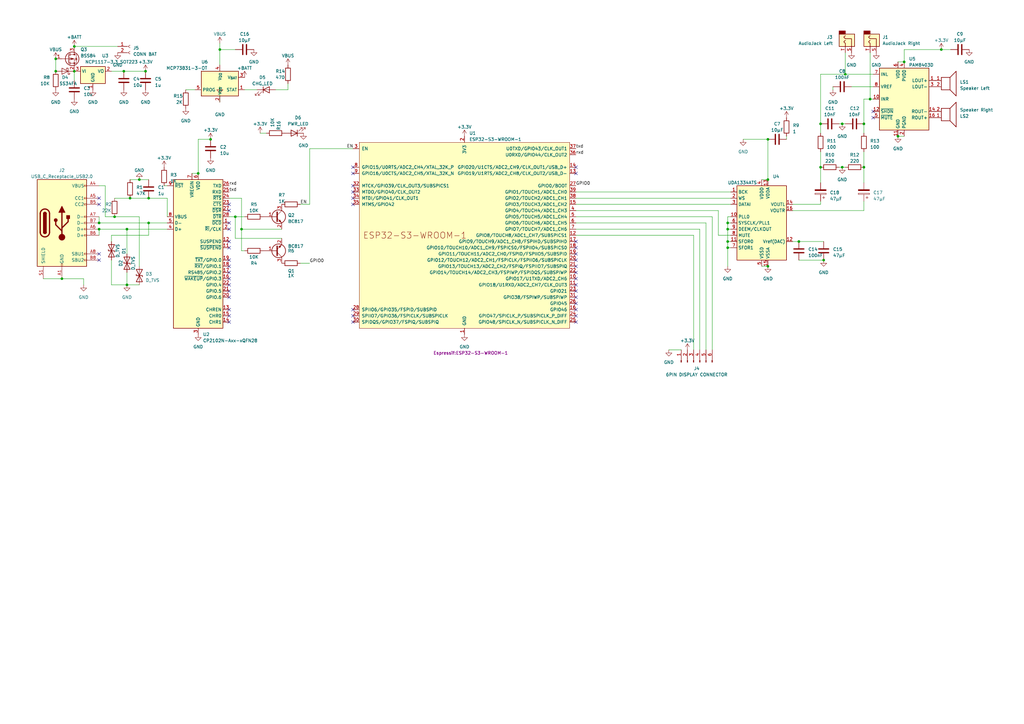
<source format=kicad_sch>
(kicad_sch (version 20230121) (generator eeschema)
  (paper "A3")
  (lib_symbols
    (symbol "Amplifier_Audio:PAM8403D"
      (property "Reference" "U" (at 1.27 16.51 0))
      (property "Value" "PAM8403D" (at 6.096 14.224 0))
      (symbol "PAM8403D_1_1"
        (pin output line (at 12.7 7.62 180) (length 2.54) (name "LOUT+") (number "1"))
        (pin input line (at -12.7 0 0) (length 2.54) (name "INR") (number "10"))
        (pin power_in line (at -2.54 -15.24 90) (length 2.54) (name "GND") (number "11"))
        (pin input line (at -12.7 -5.08 0) (length 2.54) (name "~{SHDN}") (number "12"))
        (pin passive line (at 0 15.24 270) (length 2.54) hide (name "PVDD") (number "13"))
        (pin output line (at 12.7 -5.08 180) (length 2.54) (name "ROUT-") (number "14"))
        (pin passive line (at 0 -15.24 90) (length 2.54) hide (name "PGND") (number "15"))
        (pin output line (at 12.7 -7.62 180) (length 2.54) (name "ROUT+") (number "16"))
        (pin power_in line (at 0 -15.24 90) (length 2.54) (name "PGND") (number "2"))
        (pin output line (at 12.7 5.08 180) (length 2.54) (name "LOUT-") (number "3"))
        (pin power_in line (at 0 15.24 270) (length 2.54) (name "PVDD") (number "4"))
        (pin input line (at -12.7 -7.62 0) (length 2.54) (name "~{MUTE}") (number "5"))
        (pin power_in line (at -2.54 15.24 270) (length 2.54) (name "VDD") (number "6"))
        (pin input line (at -12.7 10.16 0) (length 2.54) (name "INL") (number "7"))
        (pin input line (at -12.7 5.08 0) (length 2.54) (name "VREF") (number "8"))
        (pin no_connect line (at 10.16 -10.16 180) (length 2.54) hide (name "NC") (number "9"))
      )
    )
    (symbol "Audio:UDA1334ATS"
      (property "Reference" "U" (at -10.16 16.51 0))
      (property "Value" "UDA1334ATS" (at 3.81 16.51 0))
      (symbol "UDA1334ATS_1_1"
        (pin input line (at -12.7 12.7 0) (length 2.54) (name "BCK") (number "1"))
        (pin input line (at -12.7 2.54 0) (length 2.54) (name "PLL0") (number "10"))
        (pin input line (at -12.7 -7.62 0) (length 2.54) (name "SFOR0") (number "11"))
        (pin passive line (at 12.7 -7.62 180) (length 2.54) (name "Vref(DAC)") (number "12"))
        (pin power_in line (at 2.54 17.78 270) (length 2.54) (name "VDDA") (number "13"))
        (pin output line (at 12.7 7.62 180) (length 2.54) (name "VOUTL") (number "14"))
        (pin power_in line (at 2.54 -17.78 90) (length 2.54) (name "VSSA") (number "15"))
        (pin output line (at 12.7 5.08 180) (length 2.54) (name "VOUTR") (number "16"))
        (pin input line (at -12.7 10.16 0) (length 2.54) (name "WS") (number "2"))
        (pin input line (at -12.7 7.62 0) (length 2.54) (name "DATAI") (number "3"))
        (pin power_in line (at 0 17.78 270) (length 2.54) (name "VDDD") (number "4"))
        (pin power_in line (at 0 -17.78 90) (length 2.54) (name "VSSD") (number "5"))
        (pin input line (at -12.7 0 0) (length 2.54) (name "SYSCLK/PLL1") (number "6"))
        (pin input line (at -12.7 -10.16 0) (length 2.54) (name "SFOR1") (number "7"))
        (pin input line (at -12.7 -5.08 0) (length 2.54) (name "MUTE") (number "8"))
        (pin bidirectional line (at -12.7 -2.54 0) (length 2.54) (name "DEEM/CLKOUT") (number "9"))
      )
    )
    (symbol "Battery_Management:MCP73831-3-OT"
      (property "Reference" "U" (at -7.62 6.35 0))
      (property "Value" "MCP73831-3-OT" (at 1.27 6.35 0))
      (symbol "MCP73831-3-OT_1_1"
        (pin output line (at 10.16 -2.54 180) (length 2.54) (name "STAT") (number "1"))
        (pin power_in line (at 0 -7.62 90) (length 2.54) (name "V_{SS}") (number "2"))
        (pin power_out line (at 10.16 2.54 180) (length 2.54) (name "V_{BAT}") (number "3"))
        (pin power_in line (at 0 7.62 270) (length 2.54) (name "V_{DD}") (number "4"))
        (pin input line (at -10.16 -2.54 0) (length 2.54) (name "PROG") (number "5"))
      )
    )
    (symbol "Connector:Conn_01x02_Socket" (pin_names (offset 1.016) hide)
      (property "Reference" "J" (at 0 2.54 0))
      (property "Value" "Conn_01x02_Socket" (at 0 -5.08 0))
      (symbol "Conn_01x02_Socket_1_1"
        (pin passive line (at -5.08 0 0) (length 3.81) (name "Pin_1") (number "1"))
        (pin passive line (at -5.08 -2.54 0) (length 3.81) (name "Pin_2") (number "2"))
      )
    )
    (symbol "Connector:Conn_01x06_Pin" (pin_names (offset 1.016) hide)
      (property "Reference" "J" (at 0 7.62 0))
      (property "Value" "Conn_01x06_Pin" (at 0 -10.16 0))
      (symbol "Conn_01x06_Pin_1_1"
        (pin passive line (at 5.08 5.08 180) (length 3.81) (name "Pin_1") (number "1"))
        (pin passive line (at 5.08 2.54 180) (length 3.81) (name "Pin_2") (number "2"))
        (pin passive line (at 5.08 0 180) (length 3.81) (name "Pin_3") (number "3"))
        (pin passive line (at 5.08 -2.54 180) (length 3.81) (name "Pin_4") (number "4"))
        (pin passive line (at 5.08 -5.08 180) (length 3.81) (name "Pin_5") (number "5"))
        (pin passive line (at 5.08 -7.62 180) (length 3.81) (name "Pin_6") (number "6"))
      )
    )
    (symbol "Connector:USB_C_Receptacle_USB2.0" (pin_names (offset 1.016))
      (property "Reference" "J" (at -10.16 19.05 0))
      (property "Value" "USB_C_Receptacle_USB2.0" (at 19.05 19.05 0))
      (symbol "USB_C_Receptacle_USB2.0_1_1"
        (pin passive line (at 0 -22.86 90) (length 5.08) (name "GND") (number "A1"))
        (pin passive line (at 0 -22.86 90) (length 5.08) hide (name "GND") (number "A12"))
        (pin passive line (at 15.24 15.24 180) (length 5.08) (name "VBUS") (number "A4"))
        (pin bidirectional line (at 15.24 10.16 180) (length 5.08) (name "CC1") (number "A5"))
        (pin bidirectional line (at 15.24 -2.54 180) (length 5.08) (name "D+") (number "A6"))
        (pin bidirectional line (at 15.24 2.54 180) (length 5.08) (name "D-") (number "A7"))
        (pin bidirectional line (at 15.24 -12.7 180) (length 5.08) (name "SBU1") (number "A8"))
        (pin passive line (at 15.24 15.24 180) (length 5.08) hide (name "VBUS") (number "A9"))
        (pin passive line (at 0 -22.86 90) (length 5.08) hide (name "GND") (number "B1"))
        (pin passive line (at 0 -22.86 90) (length 5.08) hide (name "GND") (number "B12"))
        (pin passive line (at 15.24 15.24 180) (length 5.08) hide (name "VBUS") (number "B4"))
        (pin bidirectional line (at 15.24 7.62 180) (length 5.08) (name "CC2") (number "B5"))
        (pin bidirectional line (at 15.24 -5.08 180) (length 5.08) (name "D+") (number "B6"))
        (pin bidirectional line (at 15.24 0 180) (length 5.08) (name "D-") (number "B7"))
        (pin bidirectional line (at 15.24 -15.24 180) (length 5.08) (name "SBU2") (number "B8"))
        (pin passive line (at 15.24 15.24 180) (length 5.08) hide (name "VBUS") (number "B9"))
        (pin passive line (at -7.62 -22.86 90) (length 5.08) (name "SHIELD") (number "S1"))
      )
    )
    (symbol "Connector_Audio:AudioJack2"
      (property "Reference" "J" (at 0 8.89 0))
      (property "Value" "AudioJack2" (at 0 6.35 0))
      (symbol "AudioJack2_1_1"
        (pin passive line (at 5.08 2.54 180) (length 2.54) (name "~") (number "S"))
        (pin passive line (at 5.08 0 180) (length 2.54) (name "~") (number "T"))
      )
    )
    (symbol "Device:C" (pin_numbers hide) (pin_names (offset 0.254))
      (property "Reference" "C" (at 0.635 2.54 0))
      (property "Value" "C" (at 0.635 -2.54 0))
      (symbol "C_1_1"
        (pin passive line (at 0 3.81 270) (length 2.794) (name "~") (number "1"))
        (pin passive line (at 0 -3.81 90) (length 2.794) (name "~") (number "2"))
      )
    )
    (symbol "Device:C_Polarized" (pin_numbers hide) (pin_names (offset 0.254))
      (property "Reference" "C" (at 0.635 2.54 0))
      (property "Value" "C_Polarized" (at 0.635 -2.54 0))
      (symbol "C_Polarized_1_1"
        (pin passive line (at 0 3.81 270) (length 2.794) (name "~") (number "1"))
        (pin passive line (at 0 -3.81 90) (length 2.794) (name "~") (number "2"))
      )
    )
    (symbol "Device:D_TVS" (pin_numbers hide) (pin_names (offset 1.016) hide)
      (property "Reference" "D" (at 0 2.54 0))
      (property "Value" "D_TVS" (at 0 -2.54 0))
      (symbol "D_TVS_1_1"
        (pin passive line (at -3.81 0 0) (length 2.54) (name "A1") (number "1"))
        (pin passive line (at 3.81 0 180) (length 2.54) (name "A2") (number "2"))
      )
    )
    (symbol "Device:LED" (pin_numbers hide) (pin_names (offset 1.016) hide)
      (property "Reference" "D" (at 0 2.54 0))
      (property "Value" "LED" (at 0 -2.54 0))
      (symbol "LED_1_1"
        (pin passive line (at -3.81 0 0) (length 2.54) (name "K") (number "1"))
        (pin passive line (at 3.81 0 180) (length 2.54) (name "A") (number "2"))
      )
    )
    (symbol "Device:R" (pin_numbers hide) (pin_names (offset 0))
      (property "Reference" "R" (at 2.032 0 90))
      (property "Value" "R" (at 0 0 90))
      (symbol "R_1_1"
        (pin passive line (at 0 3.81 270) (length 1.27) (name "~") (number "1"))
        (pin passive line (at 0 -3.81 90) (length 1.27) (name "~") (number "2"))
      )
    )
    (symbol "Device:Speaker" (pin_names (offset 0) hide)
      (property "Reference" "LS" (at 1.27 5.715 0))
      (property "Value" "Speaker" (at 1.27 3.81 0))
      (symbol "Speaker_1_1"
        (pin input line (at -5.08 0 0) (length 2.54) (name "1") (number "1"))
        (pin input line (at -5.08 -2.54 0) (length 2.54) (name "2") (number "2"))
      )
    )
    (symbol "Diode:MBR1020VL" (pin_numbers hide) (pin_names hide)
      (property "Reference" "D" (at 0 2.54 0))
      (property "Value" "MBR1020VL" (at 0 -2.54 0))
      (symbol "MBR1020VL_1_1"
        (pin passive line (at -3.81 0 0) (length 2.54) (name "K") (number "1"))
        (pin passive line (at 3.81 0 180) (length 2.54) (name "A") (number "2"))
      )
    )
    (symbol "Espressif:ESP32-S3-WROOM-1" (pin_names (offset 1.016))
      (property "Reference" "U" (at -43.18 43.18 0))
      (property "Value" "ESP32-S3-WROOM-1" (at -43.18 40.64 0))
      (symbol "ESP32-S3-WROOM-1_0_0"
        (text "ESP32-S3-WROOM-1" (at -20.32 0 0) (effects (font (size 2.54 2.54))))
        (pin power_in line (at 0 -40.64 90) (length 2.54) (name "GND") (number "1"))
        (pin bidirectional line (at 45.72 -17.78 180) (length 2.54) (name "GPIO17/U1TXD/ADC2_CH6") (number "10"))
        (pin bidirectional line (at 45.72 -20.32 180) (length 2.54) (name "GPIO18/U1RXD/ADC2_CH7/CLK_OUT3") (number "11"))
        (pin bidirectional line (at 45.72 0 180) (length 2.54) (name "GPIO8/TOUCH8/ADC1_CH7/SUBSPICS1") (number "12"))
        (pin bidirectional line (at 45.72 25.4 180) (length 2.54) (name "GPIO19/U1RTS/ADC2_CH8/CLK_OUT2/USB_D-") (number "13"))
        (pin bidirectional line (at 45.72 27.94 180) (length 2.54) (name "GPIO20/U1CTS/ADC2_CH9/CLK_OUT1/USB_D+") (number "14"))
        (pin bidirectional line (at 45.72 12.7 180) (length 2.54) (name "GPIO3/TOUCH3/ADC1_CH2") (number "15"))
        (pin bidirectional line (at 45.72 -30.48 180) (length 2.54) (name "GPIO46") (number "16"))
        (pin bidirectional line (at 45.72 -2.54 180) (length 2.54) (name "GPIO9/TOUCH9/ADC1_CH8/FSPIHD/SUBSPIHD") (number "17"))
        (pin bidirectional line (at 45.72 -5.08 180) (length 2.54) (name "GPIO10/TOUCH10/ADC1_CH9/FSPICS0/FSPIIO4/SUBSPICS0") (number "18"))
        (pin bidirectional line (at 45.72 -7.62 180) (length 2.54) (name "GPIO11/TOUCH11/ADC2_CH0/FSPID/FSPIIO5/SUBSPID") (number "19"))
        (pin power_in line (at 0 40.64 270) (length 2.54) (name "3V3") (number "2"))
        (pin bidirectional line (at 45.72 -10.16 180) (length 2.54) (name "GPIO12/TOUCH12/ADC2_CH1/FSPICLK/FSPIIO6/SUBSPICLK") (number "20"))
        (pin bidirectional line (at 45.72 -12.7 180) (length 2.54) (name "GPIO13/TOUCH13/ADC2_CH2/FSPIQ/FSPIIO7/SUBSPIQ") (number "21"))
        (pin bidirectional line (at 45.72 -15.24 180) (length 2.54) (name "GPIO14/TOUCH14/ADC2_CH3/FSPIWP/FSPIDQS/SUBSPIWP") (number "22"))
        (pin bidirectional line (at 45.72 -22.86 180) (length 2.54) (name "GPIO21") (number "23"))
        (pin bidirectional line (at 45.72 -33.02 180) (length 2.54) (name "GPIO47/SPICLK_P/SUBSPICLK_P_DIFF") (number "24"))
        (pin bidirectional line (at 45.72 -35.56 180) (length 2.54) (name "GPIO48/SPICLK_N/SUBSPICLK_N_DIFF") (number "25"))
        (pin bidirectional line (at 45.72 -27.94 180) (length 2.54) (name "GPIO45") (number "26"))
        (pin bidirectional line (at 45.72 20.32 180) (length 2.54) (name "GPIO0/BOOT") (number "27"))
        (pin bidirectional line (at -45.72 -30.48 0) (length 2.54) (name "SPIIO6/GPIO35/FSPID/SUBSPID") (number "28"))
        (pin bidirectional line (at -45.72 -33.02 0) (length 2.54) (name "SPIIO7/GPIO36/FSPICLK/SUBSPICLK") (number "29"))
        (pin input line (at -45.72 35.56 0) (length 2.54) (name "EN") (number "3"))
        (pin bidirectional line (at -45.72 -35.56 0) (length 2.54) (name "SPIDQS/GPIO37/FSPIQ/SUBSPIQ") (number "30"))
        (pin bidirectional line (at 45.72 -25.4 180) (length 2.54) (name "GPIO38/FSPIWP/SUBSPIWP") (number "31"))
        (pin bidirectional line (at -45.72 20.32 0) (length 2.54) (name "MTCK/GPIO39/CLK_OUT3/SUBSPICS1") (number "32"))
        (pin bidirectional line (at -45.72 17.78 0) (length 2.54) (name "MTDO/GPIO40/CLK_OUT2") (number "33"))
        (pin bidirectional line (at -45.72 15.24 0) (length 2.54) (name "MTDI/GPIO41/CLK_OUT1") (number "34"))
        (pin bidirectional line (at -45.72 12.7 0) (length 2.54) (name "MTMS/GPIO42") (number "35"))
        (pin bidirectional line (at 45.72 33.02 180) (length 2.54) (name "U0RXD/GPIO44/CLK_OUT2") (number "36"))
        (pin bidirectional line (at 45.72 35.56 180) (length 2.54) (name "U0TXD/GPIO43/CLK_OUT1") (number "37"))
        (pin bidirectional line (at 45.72 15.24 180) (length 2.54) (name "GPIO2/TOUCH2/ADC1_CH1") (number "38"))
        (pin bidirectional line (at 45.72 17.78 180) (length 2.54) (name "GPIO1/TOUCH1/ADC1_CH0") (number "39"))
        (pin bidirectional line (at 45.72 10.16 180) (length 2.54) (name "GPIO4/TOUCH4/ADC1_CH3") (number "4"))
        (pin passive line (at 0 -40.64 90) (length 2.54) hide (name "GND") (number "40"))
        (pin passive line (at 0 -40.64 90) (length 2.54) hide (name "GND") (number "41"))
        (pin bidirectional line (at 45.72 7.62 180) (length 2.54) (name "GPIO5/TOUCH5/ADC1_CH4") (number "5"))
        (pin bidirectional line (at 45.72 5.08 180) (length 2.54) (name "GPIO6/TOUCH6/ADC1_CH5") (number "6"))
        (pin bidirectional line (at 45.72 2.54 180) (length 2.54) (name "GPIO7/TOUCH7/ADC1_CH6") (number "7"))
        (pin bidirectional line (at -45.72 27.94 0) (length 2.54) (name "GPIO15/U0RTS/ADC2_CH4/XTAL_32K_P") (number "8"))
        (pin bidirectional line (at -45.72 25.4 0) (length 2.54) (name "GPIO16/U0CTS/ADC2_CH5/XTAL_32K_N") (number "9"))
      )
    )
    (symbol "Interface_USB:CP2102N-Axx-xQFN28"
      (property "Reference" "U" (at -8.89 31.75 0))
      (property "Value" "CP2102N-Axx-xQFN28" (at 12.7 31.75 0))
      (symbol "CP2102N-Axx-xQFN28_1_1"
        (pin input line (at 12.7 12.7 180) (length 2.54) (name "~{DCD}") (number "1"))
        (pin no_connect line (at -10.16 -27.94 0) (length 2.54) hide (name "NC") (number "10"))
        (pin output line (at 12.7 2.54 180) (length 2.54) (name "~{SUSPEND}") (number "11"))
        (pin output line (at 12.7 5.08 180) (length 2.54) (name "SUSPEND") (number "12"))
        (pin output line (at 12.7 -22.86 180) (length 2.54) (name "CHREN") (number "13"))
        (pin output line (at 12.7 -27.94 180) (length 2.54) (name "CHR1") (number "14"))
        (pin output line (at 12.7 -25.4 180) (length 2.54) (name "CHR0") (number "15"))
        (pin bidirectional line (at 12.7 -10.16 180) (length 2.54) (name "~{WAKEUP}/GPIO.3") (number "16"))
        (pin bidirectional line (at 12.7 -7.62 180) (length 2.54) (name "RS485/GPIO.2") (number "17"))
        (pin bidirectional line (at 12.7 -5.08 180) (length 2.54) (name "~{RXT}/GPIO.1") (number "18"))
        (pin bidirectional line (at 12.7 -2.54 180) (length 2.54) (name "~{TXT}/GPIO.0") (number "19"))
        (pin bidirectional line (at 12.7 10.16 180) (length 2.54) (name "~{RI}/CLK") (number "2"))
        (pin bidirectional line (at 12.7 -17.78 180) (length 2.54) (name "GPIO.6") (number "20"))
        (pin bidirectional line (at 12.7 -15.24 180) (length 2.54) (name "GPIO.5") (number "21"))
        (pin bidirectional line (at 12.7 -12.7 180) (length 2.54) (name "GPIO.4") (number "22"))
        (pin input line (at 12.7 20.32 180) (length 2.54) (name "~{CTS}") (number "23"))
        (pin output line (at 12.7 22.86 180) (length 2.54) (name "~{RTS}") (number "24"))
        (pin input line (at 12.7 25.4 180) (length 2.54) (name "RXD") (number "25"))
        (pin output line (at 12.7 27.94 180) (length 2.54) (name "TXD") (number "26"))
        (pin input line (at 12.7 17.78 180) (length 2.54) (name "~{DSR}") (number "27"))
        (pin output line (at 12.7 15.24 180) (length 2.54) (name "~{DTR}") (number "28"))
        (pin passive line (at 0 -33.02 90) (length 2.54) hide (name "GND") (number "29"))
        (pin power_in line (at 0 -33.02 90) (length 2.54) (name "GND") (number "3"))
        (pin bidirectional line (at -12.7 10.16 0) (length 2.54) (name "D+") (number "4"))
        (pin bidirectional line (at -12.7 12.7 0) (length 2.54) (name "D-") (number "5"))
        (pin power_in line (at 0 33.02 270) (length 2.54) (name "VDD") (number "6"))
        (pin power_in line (at -2.54 33.02 270) (length 2.54) (name "VREGIN") (number "7"))
        (pin input line (at -12.7 15.24 0) (length 2.54) (name "VBUS") (number "8"))
        (pin input line (at -12.7 27.94 0) (length 2.54) (name "~{RST}") (number "9"))
      )
    )
    (symbol "Regulator_Linear:NCP1117-3.3_SOT223"
      (property "Reference" "U" (at -3.81 3.175 0))
      (property "Value" "NCP1117-3.3_SOT223" (at 0 3.175 0))
      (symbol "NCP1117-3.3_SOT223_1_1"
        (pin power_in line (at 0 -7.62 90) (length 2.54) (name "GND") (number "1"))
        (pin power_out line (at 7.62 0 180) (length 2.54) (name "VO") (number "2"))
        (pin power_in line (at -7.62 0 0) (length 2.54) (name "VI") (number "3"))
      )
    )
    (symbol "Transistor_BJT:BC817" (pin_names (offset 0) hide)
      (property "Reference" "Q" (at 5.08 1.905 0))
      (property "Value" "BC817" (at 5.08 0 0))
      (symbol "BC817_1_1"
        (pin input line (at -5.08 0 0) (length 5.715) (name "B") (number "1"))
        (pin passive line (at 2.54 -5.08 90) (length 2.54) (name "E") (number "2"))
        (pin passive line (at 2.54 5.08 270) (length 2.54) (name "C") (number "3"))
      )
    )
    (symbol "Transistor_FET:BSS84" (pin_names hide)
      (property "Reference" "Q" (at 5.08 1.905 0))
      (property "Value" "BSS84" (at 5.08 0 0))
      (symbol "BSS84_1_1"
        (pin input line (at -5.08 0 0) (length 2.54) (name "G") (number "1"))
        (pin passive line (at 2.54 -5.08 90) (length 2.54) (name "S") (number "2"))
        (pin passive line (at 2.54 5.08 270) (length 2.54) (name "D") (number "3"))
      )
    )
    (symbol "power:+3.3V" (power) (pin_names (offset 0))
      (property "Value" "+3.3V" (at 0 3.556 0))
      (symbol "+3.3V_1_1"
        (pin power_in line (at 0 0 90) (length 0) hide (name "+3.3V") (number "1"))
      )
    )
    (symbol "power:+BATT" (power) (pin_names (offset 0))
      (property "Value" "+BATT" (at 0 3.556 0))
      (symbol "+BATT_1_1"
        (pin power_in line (at 0 0 90) (length 0) hide (name "+BATT") (number "1"))
      )
    )
    (symbol "power:GND" (power) (pin_names (offset 0))
      (property "Value" "GND" (at 0 -3.81 0))
      (symbol "GND_1_1"
        (pin power_in line (at 0 0 270) (length 0) hide (name "GND") (number "1"))
      )
    )
    (symbol "power:VBUS" (power) (pin_names (offset 0))
      (property "Value" "VBUS" (at 0 3.81 0))
      (symbol "VBUS_1_1"
        (pin power_in line (at 0 0 90) (length 0) hide (name "VBUS") (number "1"))
      )
    )
  )
  (junction (at 46.99 88.9))
  (junction (at 52.07 93.98))
  (junction (at 354.33 50.8))
  (junction (at 346.71 30.48))
  (junction (at 60.96 81.28))
  (junction (at 86.36 57.15))
  (junction (at 99.06 93.98))
  (junction (at 370.84 25.4))
  (junction (at 59.69 29.21))
  (junction (at 345.44 50.8))
  (junction (at 298.45 91.44))
  (junction (at 53.34 81.28))
  (junction (at 386.08 20.32))
  (junction (at 40.64 93.98))
  (junction (at 345.44 68.58))
  (junction (at 314.96 109.22))
  (junction (at 336.55 68.58))
  (junction (at 60.96 91.44))
  (junction (at 81.28 71.12))
  (junction (at 57.15 73.66))
  (junction (at 52.07 116.84))
  (junction (at 336.55 50.8))
  (junction (at 337.82 106.68))
  (junction (at 50.8 29.21))
  (junction (at 22.86 24.13))
  (junction (at 327.66 99.06))
  (junction (at 30.48 19.05))
  (junction (at 298.45 99.06))
  (junction (at 314.96 73.66))
  (junction (at 96.52 88.9))
  (junction (at 90.17 20.32))
  (junction (at 354.33 68.58))
  (junction (at 314.96 57.15))
  (junction (at 40.64 91.44))
  (junction (at 30.48 29.21))
  (junction (at 22.86 29.21))
  (junction (at 298.45 93.98))
  (junction (at 356.87 40.64))
  (junction (at 25.4 114.3))
  (junction (at 298.45 101.6))
  (junction (at 368.3 55.88))
  (no_connect (at 236.22 71.12))
  (no_connect (at 93.98 99.06))
  (no_connect (at 236.22 109.22))
  (no_connect (at 144.78 68.58))
  (no_connect (at 93.98 119.38))
  (no_connect (at 236.22 99.06))
  (no_connect (at 93.98 111.76))
  (no_connect (at 144.78 129.54))
  (no_connect (at 144.78 76.2))
  (no_connect (at 236.22 68.58))
  (no_connect (at 236.22 129.54))
  (no_connect (at 358.14 45.72))
  (no_connect (at 40.64 104.14))
  (no_connect (at 93.98 116.84))
  (no_connect (at 144.78 83.82))
  (no_connect (at 93.98 93.98))
  (no_connect (at 40.64 81.28))
  (no_connect (at 93.98 121.92))
  (no_connect (at 236.22 124.46))
  (no_connect (at 236.22 106.68))
  (no_connect (at 144.78 81.28))
  (no_connect (at 144.78 78.74))
  (no_connect (at 236.22 104.14))
  (no_connect (at 236.22 116.84))
  (no_connect (at 144.78 132.08))
  (no_connect (at 93.98 106.68))
  (no_connect (at 236.22 127))
  (no_connect (at 144.78 71.12))
  (no_connect (at 358.14 48.26))
  (no_connect (at 236.22 114.3))
  (no_connect (at 93.98 101.6))
  (no_connect (at 236.22 101.6))
  (no_connect (at 236.22 121.92))
  (no_connect (at 93.98 83.82))
  (no_connect (at 236.22 132.08))
  (no_connect (at 93.98 86.36))
  (no_connect (at 144.78 127))
  (no_connect (at 236.22 111.76))
  (no_connect (at 93.98 91.44))
  (no_connect (at 236.22 119.38))
  (no_connect (at 93.98 132.08))
  (no_connect (at 93.98 129.54))
  (no_connect (at 93.98 114.3))
  (no_connect (at 40.64 106.68))
  (no_connect (at 93.98 109.22))
  (no_connect (at 93.98 127))
  (no_connect (at 40.64 83.82))
  (wire (pts (xy 322.58 55.88) (xy 322.58 57.15)))
  (wire (pts (xy 30.48 29.21) (xy 30.48 33.02)))
  (wire (pts (xy 40.64 88.9) (xy 40.64 91.44)))
  (wire (pts (xy 90.17 20.32) (xy 90.17 26.67)))
  (wire (pts (xy 354.33 50.8) (xy 354.33 54.61)))
  (wire (pts (xy 40.64 76.2) (xy 43.18 76.2)))
  (wire (pts (xy 298.45 88.9) (xy 298.45 91.44)))
  (wire (pts (xy 67.31 76.2) (xy 68.58 76.2)))
  (wire (pts (xy 50.8 29.21) (xy 59.69 29.21)))
  (wire (pts (xy 298.45 101.6) (xy 298.45 109.22)))
  (wire (pts (xy 294.64 96.52) (xy 294.64 86.36)))
  (wire (pts (xy 96.52 88.9) (xy 100.33 88.9)))
  (wire (pts (xy 236.22 88.9) (xy 292.1 88.9)))
  (wire (pts (xy 60.96 91.44) (xy 68.58 91.44)))
  (wire (pts (xy 81.28 57.15) (xy 86.36 57.15)))
  (wire (pts (xy 90.17 41.91) (xy 90.17 35.56)))
  (wire (pts (xy 336.55 83.82) (xy 336.55 82.55)))
  (wire (pts (xy 100.33 102.87) (xy 99.06 102.87)))
  (wire (pts (xy 325.12 86.36) (xy 354.33 86.36)))
  (wire (pts (xy 93.98 88.9) (xy 96.52 88.9)))
  (wire (pts (xy 45.72 96.52) (xy 60.96 96.52)))
  (wire (pts (xy 90.17 17.78) (xy 90.17 20.32)))
  (wire (pts (xy 118.11 34.29) (xy 118.11 36.83)))
  (wire (pts (xy 45.72 116.84) (xy 52.07 116.84)))
  (wire (pts (xy 81.28 71.12) (xy 81.28 57.15)))
  (wire (pts (xy 118.11 36.83) (xy 113.03 36.83)))
  (wire (pts (xy 52.07 93.98) (xy 68.58 93.98)))
  (wire (pts (xy 349.25 35.56) (xy 358.14 35.56)))
  (wire (pts (xy 40.64 93.98) (xy 40.64 96.52)))
  (wire (pts (xy 68.58 81.28) (xy 68.58 88.9)))
  (wire (pts (xy 289.56 91.44) (xy 289.56 143.51)))
  (wire (pts (xy 76.2 36.83) (xy 80.01 36.83)))
  (wire (pts (xy 236.22 78.74) (xy 299.72 78.74)))
  (wire (pts (xy 90.17 20.32) (xy 96.52 20.32)))
  (wire (pts (xy 336.55 68.58) (xy 336.55 62.23)))
  (wire (pts (xy 46.99 88.9) (xy 57.15 88.9)))
  (wire (pts (xy 336.55 50.8) (xy 336.55 30.48)))
  (wire (pts (xy 327.66 99.06) (xy 337.82 99.06)))
  (wire (pts (xy 294.64 86.36) (xy 236.22 86.36)))
  (wire (pts (xy 99.06 93.98) (xy 115.57 93.98)))
  (wire (pts (xy 299.72 88.9) (xy 298.45 88.9)))
  (wire (pts (xy 43.18 88.9) (xy 46.99 88.9)))
  (wire (pts (xy 327.66 106.68) (xy 337.82 106.68)))
  (wire (pts (xy 336.55 54.61) (xy 336.55 50.8)))
  (wire (pts (xy 354.33 68.58) (xy 354.33 74.93)))
  (wire (pts (xy 336.55 74.93) (xy 336.55 68.58)))
  (wire (pts (xy 43.18 76.2) (xy 43.18 88.9)))
  (wire (pts (xy 346.71 21.59) (xy 346.71 30.48)))
  (wire (pts (xy 52.07 93.98) (xy 52.07 104.14)))
  (wire (pts (xy 370.84 20.32) (xy 370.84 25.4)))
  (wire (pts (xy 53.34 73.66) (xy 57.15 73.66)))
  (wire (pts (xy 336.55 30.48) (xy 346.71 30.48)))
  (wire (pts (xy 34.29 114.3) (xy 34.29 116.84)))
  (wire (pts (xy 346.71 30.48) (xy 358.14 30.48)))
  (wire (pts (xy 304.8 57.15) (xy 314.96 57.15)))
  (wire (pts (xy 127 83.82) (xy 127 60.96)))
  (wire (pts (xy 25.4 114.3) (xy 34.29 114.3)))
  (wire (pts (xy 354.33 40.64) (xy 354.33 50.8)))
  (wire (pts (xy 52.07 116.84) (xy 57.15 116.84)))
  (wire (pts (xy 298.45 91.44) (xy 298.45 93.98)))
  (wire (pts (xy 299.72 93.98) (xy 298.45 93.98)))
  (wire (pts (xy 30.48 19.05) (xy 48.26 19.05)))
  (wire (pts (xy 236.22 83.82) (xy 299.72 83.82)))
  (wire (pts (xy 17.78 114.3) (xy 25.4 114.3)))
  (wire (pts (xy 346.71 68.58) (xy 345.44 68.58)))
  (wire (pts (xy 236.22 81.28) (xy 299.72 81.28)))
  (wire (pts (xy 22.86 24.13) (xy 22.86 29.21)))
  (wire (pts (xy 341.63 35.56) (xy 341.63 36.83)))
  (wire (pts (xy 389.89 20.32) (xy 386.08 20.32)))
  (wire (pts (xy 314.96 57.15) (xy 314.96 73.66)))
  (wire (pts (xy 274.32 143.51) (xy 279.4 143.51)))
  (wire (pts (xy 45.72 106.68) (xy 45.72 116.84)))
  (wire (pts (xy 52.07 111.76) (xy 52.07 116.84)))
  (wire (pts (xy 354.33 62.23) (xy 354.33 68.58)))
  (wire (pts (xy 294.64 96.52) (xy 299.72 96.52)))
  (wire (pts (xy 298.45 99.06) (xy 298.45 101.6)))
  (wire (pts (xy 236.22 96.52) (xy 284.48 96.52)))
  (wire (pts (xy 46.99 81.28) (xy 53.34 81.28)))
  (wire (pts (xy 57.15 88.9) (xy 57.15 109.22)))
  (wire (pts (xy 356.87 40.64) (xy 358.14 40.64)))
  (wire (pts (xy 354.33 86.36) (xy 354.33 82.55)))
  (wire (pts (xy 370.84 25.4) (xy 368.3 25.4)))
  (wire (pts (xy 40.64 91.44) (xy 60.96 91.44)))
  (wire (pts (xy 325.12 83.82) (xy 336.55 83.82)))
  (wire (pts (xy 298.45 93.98) (xy 298.45 99.06)))
  (wire (pts (xy 60.96 81.28) (xy 68.58 81.28)))
  (wire (pts (xy 40.64 93.98) (xy 52.07 93.98)))
  (wire (pts (xy 345.44 50.8) (xy 344.17 50.8)))
  (wire (pts (xy 345.44 68.58) (xy 344.17 68.58)))
  (wire (pts (xy 370.84 20.32) (xy 386.08 20.32)))
  (wire (pts (xy 123.19 83.82) (xy 127 83.82)))
  (wire (pts (xy 368.3 55.88) (xy 370.84 55.88)))
  (wire (pts (xy 236.22 93.98) (xy 287.02 93.98)))
  (wire (pts (xy 312.42 109.22) (xy 314.96 109.22)))
  (wire (pts (xy 127 60.96) (xy 144.78 60.96)))
  (wire (pts (xy 53.34 81.28) (xy 60.96 81.28)))
  (wire (pts (xy 236.22 91.44) (xy 289.56 91.44)))
  (wire (pts (xy 115.57 97.79) (xy 96.52 97.79)))
  (wire (pts (xy 354.33 40.64) (xy 356.87 40.64)))
  (wire (pts (xy 57.15 73.66) (xy 60.96 73.66)))
  (wire (pts (xy 298.45 101.6) (xy 299.72 101.6)))
  (wire (pts (xy 99.06 102.87) (xy 99.06 93.98)))
  (wire (pts (xy 60.96 96.52) (xy 60.96 91.44)))
  (wire (pts (xy 45.72 29.21) (xy 50.8 29.21)))
  (wire (pts (xy 106.68 54.61) (xy 109.22 54.61)))
  (wire (pts (xy 312.42 73.66) (xy 314.96 73.66)))
  (wire (pts (xy 298.45 99.06) (xy 299.72 99.06)))
  (wire (pts (xy 78.74 71.12) (xy 81.28 71.12)))
  (wire (pts (xy 298.45 91.44) (xy 299.72 91.44)))
  (wire (pts (xy 99.06 93.98) (xy 99.06 81.28)))
  (wire (pts (xy 292.1 88.9) (xy 292.1 143.51)))
  (wire (pts (xy 284.48 96.52) (xy 284.48 143.51)))
  (wire (pts (xy 345.44 50.8) (xy 346.71 50.8)))
  (wire (pts (xy 287.02 93.98) (xy 287.02 143.51)))
  (wire (pts (xy 100.33 36.83) (xy 105.41 36.83)))
  (wire (pts (xy 123.19 107.95) (xy 127 107.95)))
  (wire (pts (xy 45.72 96.52) (xy 45.72 99.06)))
  (wire (pts (xy 325.12 99.06) (xy 327.66 99.06)))
  (wire (pts (xy 99.06 81.28) (xy 93.98 81.28)))
  (wire (pts (xy 96.52 97.79) (xy 96.52 88.9)))
  (wire (pts (xy 356.87 21.59) (xy 356.87 40.64)))
  (label "txd" (at 236.22 60.96 0))
  (label "txd" (at 93.98 78.74 0))
  (label "GPIO0" (at 127 107.95 0))
  (label "EN" (at 142.24 60.96 0))
  (label "EN" (at 123.19 83.82 0))
  (label "GPIO0" (at 236.22 76.2 0))
  (label "rxd" (at 93.98 76.2 0))
  (label "rxd" (at 236.22 63.5 0))
  (symbol (lib_id "power:+3.3V") (at 190.5 55.88 0) (unit 1)
    (property "Reference" "#PWR07" (effects hide))
    (property "Value" "+3.3V" (at 190.5 52.07 0))
  )
  (symbol (lib_id "Device:R") (at 76.2 40.64 0) (unit 1)
    (property "Reference" "R15" (at 71.12 39.37 0) (effects (justify left)))
    (property "Value" "2K" (at 74.93 41.91 0) (effects (justify right)))
    (property "Footprint" "Resistor_SMD:R_0805_2012Metric" (effects hide))
  )
  (symbol (lib_id "Transistor_BJT:BC817") (at 113.03 102.87 0) (mirror x) (unit 1)
    (property "Reference" "Q1" (at 118.11 111.125 0) (effects (justify left)))
    (property "Value" "BC817" (at 118.11 100.965 0) (effects (justify left)))
    (property "Footprint" "Package_TO_SOT_SMD:SOT-23" (effects hide))
    (property "Datasheet" "https://www.onsemi.com/pub/Collateral/BC818-D.pdf" (effects hide))
  )
  (symbol (lib_id "Device:C") (at 50.8 33.02 0) (unit 1)
    (property "Reference" "C4" (at 54.61 32.385 0) (effects (justify left)))
    (property "Value" "10u" (at 54.61 34.925 0) (effects (justify left)))
    (property "Footprint" "Capacitor_SMD:C_0805_2012Metric" (effects hide))
  )
  (symbol (lib_id "power:GND") (at 34.29 116.84 0) (unit 1)
    (property "Reference" "#PWR01" (effects hide))
    (property "Value" "GND" (at 34.29 121.92 0))
  )
  (symbol (lib_id "power:GND") (at 314.96 109.22 0) (unit 1)
    (property "Reference" "#PWR025" (effects hide))
    (property "Value" "GND" (at 314.96 114.3 0))
  )
  (symbol (lib_id "power:GND") (at 337.82 106.68 0) (unit 1)
    (property "Reference" "#PWR028" (effects hide))
    (property "Value" "GND" (at 337.82 111.76 0))
  )
  (symbol (lib_id "power:GND") (at 368.3 55.88 0) (unit 1)
    (property "Reference" "#PWR018" (effects hide))
    (property "Value" "GND" (at 368.3 60.96 0))
  )
  (symbol (lib_id "Device:R") (at 113.03 54.61 270) (unit 1)
    (property "Reference" "R16" (at 114.3 49.53 0) (effects (justify left)))
    (property "Value" "10K" (at 111.76 48.26 0) (effects (justify left)))
    (property "Footprint" "Resistor_SMD:R_0805_2012Metric" (effects hide))
  )
  (symbol (lib_id "Transistor_BJT:BC817") (at 113.03 88.9 0) (unit 1)
    (property "Reference" "Q2" (at 118.11 88.265 0) (effects (justify left)))
    (property "Value" "BC817" (at 118.11 90.805 0) (effects (justify left)))
    (property "Footprint" "Package_TO_SOT_SMD:SOT-23" (effects hide))
    (property "Datasheet" "https://www.onsemi.com/pub/Collateral/BC818-D.pdf" (effects hide))
  )
  (symbol (lib_id "power:+3.3V") (at 386.08 20.32 0) (unit 1)
    (property "Reference" "#PWR019" (effects hide))
    (property "Value" "+3.3V" (at 386.08 16.51 0))
  )
  (symbol (lib_id "power:GND") (at 124.46 54.61 0) (unit 1)
    (property "Reference" "#PWR035" (effects hide))
    (property "Value" "GND" (at 124.46 59.69 0))
  )
  (symbol (lib_id "Device:C") (at 86.36 60.96 0) (unit 1)
    (property "Reference" "C2" (at 90.17 60.325 0) (effects (justify left)))
    (property "Value" "10u" (at 90.17 62.865 0) (effects (justify left)))
    (property "Footprint" "Capacitor_SMD:C_0805_2012Metric" (effects hide))
  )
  (symbol (lib_id "Device:C_Polarized") (at 336.55 78.74 180) (unit 1)
    (property "Reference" "C18" (at 340.36 78.994 0) (effects (justify right)))
    (property "Value" "47µF" (at 340.36 81.534 0) (effects (justify right)))
    (property "Footprint" "Capacitor_SMD:C_Elec_8x10.2" (effects hide))
  )
  (symbol (lib_id "Device:D_TVS") (at 45.72 102.87 270) (unit 1)
    (property "Reference" "D1" (at 50.8 102.87 0))
    (property "Value" "D_TVS" (at 48.26 102.87 0))
    (property "Footprint" "Diode_SMD:D_0603_1608Metric" (effects hide))
  )
  (symbol (lib_id "Device:R") (at 46.99 85.09 0) (unit 1)
    (property "Reference" "R2" (at 43.18 83.82 0) (effects (justify left)))
    (property "Value" "22K" (at 45.72 86.36 0) (effects (justify right)))
    (property "Footprint" "Resistor_SMD:R_0805_2012Metric" (effects hide))
  )
  (symbol (lib_id "Connector:Conn_01x02_Socket") (at 53.34 19.05 0) (unit 1)
    (property "Reference" "J5" (at 54.61 19.685 0) (effects (justify left)))
    (property "Value" "CONN BAT" (at 54.61 22.225 0) (effects (justify left)))
    (property "Footprint" "Connector_PinHeader_2.54mm:PinHeader_1x02_P2.54mm_Vertical" (effects hide))
  )
  (symbol (lib_id "power:+3.3V") (at 86.36 57.15 0) (unit 1)
    (property "Reference" "#PWR09" (effects hide))
    (property "Value" "+3.3V" (at 86.36 53.34 0))
  )
  (symbol (lib_id "power:GND") (at 76.2 44.45 0) (unit 1)
    (property "Reference" "#PWR032" (effects hide))
    (property "Value" "GND" (at 76.2 49.53 0))
  )
  (symbol (lib_id "Device:R") (at 322.58 52.07 0) (unit 1)
    (property "Reference" "R9" (at 325.12 51.435 0) (effects (justify left)))
    (property "Value" "1" (at 325.12 53.975 0) (effects (justify left)))
    (property "Footprint" "Resistor_SMD:R_0805_2012Metric" (effects hide))
  )
  (symbol (lib_id "power:GND") (at 345.44 68.58 0) (unit 1)
    (property "Reference" "#PWR027" (effects hide))
    (property "Value" "GND" (at 345.44 73.66 0))
  )
  (symbol (lib_id "power:+BATT") (at 30.48 19.05 0) (unit 1)
    (property "Reference" "#PWR015" (effects hide))
    (property "Value" "+BATT" (at 30.48 15.24 0))
  )
  (symbol (lib_id "power:GND") (at 57.15 73.66 180) (unit 1)
    (property "Reference" "#PWR04" (effects hide))
    (property "Value" "GND" (at 57.15 69.85 0))
  )
  (symbol (lib_id "power:GND") (at 50.8 36.83 0) (unit 1)
    (property "Reference" "#PWR016" (effects hide))
    (property "Value" "GND" (at 50.8 41.91 0))
  )
  (symbol (lib_id "Device:C") (at 393.7 20.32 90) (unit 1)
    (property "Reference" "C9" (at 393.7 13.97 90))
    (property "Value" "10µF" (at 393.7 16.51 90))
    (property "Footprint" "Capacitor_SMD:C_0805_2012Metric" (effects hide))
  )
  (symbol (lib_id "Device:R") (at 104.14 88.9 90) (unit 1)
    (property "Reference" "R5" (at 104.14 83.82 90))
    (property "Value" "10K" (at 104.14 86.36 90))
    (property "Footprint" "Resistor_SMD:R_0805_2012Metric" (effects hide))
  )
  (symbol (lib_id "power:GND") (at 38.1 36.83 0) (unit 1)
    (property "Reference" "#PWR012" (effects hide))
    (property "Value" "GND" (at 38.1 41.91 0))
  )
  (symbol (lib_id "power:GND") (at 341.63 36.83 0) (unit 1)
    (property "Reference" "#PWR020" (effects hide))
    (property "Value" "GND" (at 341.63 41.91 0))
  )
  (symbol (lib_id "Espressif:ESP32-S3-WROOM-1") (at 190.5 96.52 0) (unit 1)
    (property "Reference" "U1" (at 192.4559 54.61 0) (effects (justify left)))
    (property "Value" "ESP32-S3-WROOM-1" (at 192.4559 57.15 0) (effects (justify left)))
    (property "Footprint" "Espressif:ESP32-S3-WROOM-1" (at 193.04 144.78 0))
    (property "Datasheet" "https://www.espressif.com/sites/default/files/documentation/esp32-s3-wroom-1_wroom-1u_datasheet_en.pdf" (effects hide))
  )
  (symbol (lib_id "power:GND") (at 81.28 137.16 0) (unit 1)
    (property "Reference" "#PWR05" (effects hide))
    (property "Value" "GND" (at 81.28 142.24 0))
  )
  (symbol (lib_id "Diode:MBR1020VL") (at 26.67 29.21 180) (unit 1)
    (property "Reference" "D4" (at 26.67 31.75 0))
    (property "Value" "SS34FA" (at 27.94 34.29 0))
    (property "Footprint" "Diode_SMD:D_SOD-123F" (effects hide))
    (property "Datasheet" "https://www.onsemi.com/pub/Collateral/MBR1020VL-D.PDF" (effects hide))
  )
  (symbol (lib_id "power:GND") (at 345.44 50.8 0) (unit 1)
    (property "Reference" "#PWR026" (effects hide))
    (property "Value" "GND" (at 345.44 55.88 0))
  )
  (symbol (lib_id "Device:D_TVS") (at 52.07 107.95 270) (unit 1)
    (property "Reference" "D2" (at 49.53 107.95 0))
    (property "Value" "D_TVS" (at 54.61 107.95 0))
    (property "Footprint" "Diode_SMD:D_0603_1608Metric" (effects hide))
  )
  (symbol (lib_id "Device:R") (at 104.14 102.87 90) (unit 1)
    (property "Reference" "R4" (at 104.14 107.95 90))
    (property "Value" "10K" (at 104.14 105.41 90))
    (property "Footprint" "Resistor_SMD:R_0805_2012Metric" (effects hide))
  )
  (symbol (lib_id "Device:LED") (at 120.65 54.61 180) (unit 1)
    (property "Reference" "D6" (at 122.2375 48.26 0))
    (property "Value" "PWR_LED" (at 122.2375 50.8 0))
    (property "Footprint" "LED_SMD:LED_0805_2012Metric" (effects hide))
  )
  (symbol (lib_id "Device:D_TVS") (at 57.15 113.03 270) (unit 1)
    (property "Reference" "D3" (at 59.69 112.395 90) (effects (justify left)))
    (property "Value" "D_TVS" (at 59.69 114.935 90) (effects (justify left)))
    (property "Footprint" "Diode_SMD:D_0603_1608Metric" (effects hide))
  )
  (symbol (lib_id "Device:R") (at 350.52 68.58 90) (unit 1)
    (property "Reference" "R12" (at 350.52 63.5 90))
    (property "Value" "220" (at 350.52 66.04 90))
    (property "Footprint" "Resistor_SMD:R_0805_2012Metric" (effects hide))
  )
  (symbol (lib_id "Amplifier_Audio:PAM8403D") (at 370.84 40.64 0) (unit 1)
    (property "Reference" "U5" (at 372.7959 24.13 0) (effects (justify left)))
    (property "Value" "PAM8403D" (at 372.7959 26.67 0) (effects (justify left)))
    (property "Footprint" "Package_SO:SOP-16_3.9x9.9mm_P1.27mm" (effects hide))
    (property "Datasheet" "https://www.diodes.com/assets/Datasheets/PAM8403.pdf" (effects hide))
  )
  (symbol (lib_id "power:+3.3V") (at 106.68 54.61 0) (unit 1)
    (property "Reference" "#PWR036" (effects hide))
    (property "Value" "+3.3V" (at 106.68 50.8 0))
  )
  (symbol (lib_id "Device:C") (at 337.82 102.87 0) (unit 1)
    (property "Reference" "C15" (at 341.63 102.235 0) (effects (justify left)))
    (property "Value" "47µF" (at 341.63 104.775 0) (effects (justify left)))
    (property "Footprint" "Capacitor_SMD:C_Elec_8x10.2" (effects hide))
  )
  (symbol (lib_id "Connector:Conn_01x06_Pin") (at 284.48 148.59 90) (unit 1)
    (property "Reference" "J4" (at 285.75 151.13 90))
    (property "Value" "6PIN DISPLAY CONNECTOR" (at 285.75 153.67 90))
    (property "Footprint" "Connector_PinHeader_2.54mm:PinHeader_1x06_P2.54mm_Vertical" (effects hide))
  )
  (symbol (lib_id "power:GND") (at 359.41 21.59 0) (unit 1)
    (property "Reference" "#PWR021" (effects hide))
    (property "Value" "GND" (at 359.41 26.67 0))
  )
  (symbol (lib_id "power:GND") (at 59.69 36.83 0) (unit 1)
    (property "Reference" "#PWR017" (effects hide))
    (property "Value" "GND" (at 59.69 41.91 0))
  )
  (symbol (lib_id "Device:R") (at 67.31 72.39 0) (unit 1)
    (property "Reference" "R3" (at 69.85 71.755 0) (effects (justify left)))
    (property "Value" "1K" (at 69.85 74.295 0) (effects (justify left)))
    (property "Footprint" "Resistor_SMD:R_0805_2012Metric" (effects hide))
  )
  (symbol (lib_id "Transistor_FET:BSS84") (at 27.94 24.13 0) (unit 1)
    (property "Reference" "Q3" (at 33.02 20.32 0) (effects (justify left)))
    (property "Value" "BSS84" (at 33.02 22.86 0) (effects (justify left)))
    (property "Footprint" "Package_TO_SOT_SMD:SOT-23" (effects hide))
    (property "Datasheet" "http://assets.nexperia.com/documents/data-sheet/BSS84.pdf" (effects hide))
  )
  (symbol (lib_id "power:+BATT") (at 100.33 31.75 0) (unit 1)
    (property "Reference" "#PWR033" (effects hide))
    (property "Value" "+BATT" (at 100.33 27.94 0))
  )
  (symbol (lib_id "power:+3.3V") (at 59.69 29.21 0) (unit 1)
    (property "Reference" "#PWR014" (effects hide))
    (property "Value" "+3.3V" (at 59.69 25.4 0))
  )
  (symbol (lib_id "power:VBUS") (at 22.86 24.13 0) (unit 1)
    (property "Reference" "#PWR010" (effects hide))
    (property "Value" "VBUS" (at 22.86 20.32 0))
  )
  (symbol (lib_id "Device:C") (at 345.44 35.56 90) (unit 1)
    (property "Reference" "C8" (at 345.44 29.21 90))
    (property "Value" "100nF" (at 345.44 31.75 90))
    (property "Footprint" "Capacitor_SMD:C_0805_2012Metric" (effects hide))
  )
  (symbol (lib_id "Device:R") (at 22.86 33.02 0) (unit 1)
    (property "Reference" "R8" (at 17.78 31.75 0) (effects (justify left)))
    (property "Value" "10K" (at 16.51 34.29 0) (effects (justify left)))
    (property "Footprint" "Resistor_SMD:R_0805_2012Metric" (effects hide))
  )
  (symbol (lib_id "power:GND") (at 86.36 64.77 0) (unit 1)
    (property "Reference" "#PWR08" (effects hide))
    (property "Value" "GND" (at 86.36 69.85 0))
  )
  (symbol (lib_id "power:GND") (at 48.26 21.59 0) (unit 1)
    (property "Reference" "#PWR040" (effects hide))
    (property "Value" "GND" (at 48.26 26.67 0))
  )
  (symbol (lib_id "Device:R") (at 118.11 30.48 0) (unit 1)
    (property "Reference" "R14" (at 113.03 29.21 0) (effects (justify left)))
    (property "Value" "470" (at 116.84 31.75 0) (effects (justify right)))
    (property "Footprint" "Resistor_SMD:R_0805_2012Metric" (effects hide))
  )
  (symbol (lib_id "power:+3.3V") (at 281.94 143.51 0) (unit 1)
    (property "Reference" "#PWR038" (effects hide))
    (property "Value" "+3.3V" (at 281.94 139.7 0))
  )
  (symbol (lib_id "Device:C") (at 327.66 102.87 0) (unit 1)
    (property "Reference" "C14" (at 331.47 102.235 0) (effects (justify left)))
    (property "Value" "100nF" (at 331.47 104.775 0) (effects (justify left)))
    (property "Footprint" "Capacitor_SMD:C_0805_2012Metric" (effects hide))
  )
  (symbol (lib_id "Device:Speaker") (at 388.62 33.02 0) (unit 1)
    (property "Reference" "LS1" (at 393.7 33.655 0) (effects (justify left)))
    (property "Value" "Speaker Left" (at 393.7 36.195 0) (effects (justify left)))
    (property "Footprint" "TerminalBlock:TerminalBlock_Altech_AK300-2_P5.00mm" (effects hide))
  )
  (symbol (lib_id "power:GND") (at 190.5 137.16 0) (unit 1)
    (property "Reference" "#PWR06" (effects hide))
    (property "Value" "GND" (at 190.5 142.24 0))
  )
  (symbol (lib_id "Device:R") (at 340.36 68.58 90) (unit 1)
    (property "Reference" "R10" (at 340.36 63.5 90))
    (property "Value" "220" (at 340.36 66.04 90))
    (property "Footprint" "Resistor_SMD:R_0805_2012Metric" (effects hide))
  )
  (symbol (lib_id "Device:C") (at 59.69 33.02 0) (unit 1)
    (property "Reference" "C5" (at 63.5 32.385 0) (effects (justify left)))
    (property "Value" "1u" (at 63.5 34.925 0) (effects (justify left)))
    (property "Footprint" "Capacitor_SMD:C_0805_2012Metric" (effects hide))
  )
  (symbol (lib_id "Device:C") (at 60.96 77.47 0) (unit 1)
    (property "Reference" "C1" (at 64.77 76.835 0) (effects (justify left)))
    (property "Value" "1u" (at 64.77 79.375 0) (effects (justify left)))
    (property "Footprint" "Capacitor_SMD:C_0805_2012Metric" (effects hide))
  )
  (symbol (lib_id "power:+3.3V") (at 322.58 48.26 0) (unit 1)
    (property "Reference" "#PWR024" (effects hide))
    (property "Value" "+3.3V" (at 322.58 44.45 0))
  )
  (symbol (lib_id "power:GND") (at 274.32 143.51 0) (unit 1)
    (property "Reference" "#PWR039" (effects hide))
    (property "Value" "GND" (at 274.32 148.59 0))
  )
  (symbol (lib_id "Device:C") (at 30.48 36.83 0) (unit 1)
    (property "Reference" "C3" (at 34.29 36.195 0) (effects (justify left)))
    (property "Value" "10u" (at 34.29 38.735 0) (effects (justify left)))
    (property "Footprint" "Capacitor_SMD:C_0805_2012Metric" (effects hide))
  )
  (symbol (lib_id "Device:C") (at 318.77 57.15 90) (unit 1)
    (property "Reference" "C7" (at 318.77 50.8 90))
    (property "Value" "10µF" (at 318.77 53.34 90))
    (property "Footprint" "Capacitor_SMD:C_0805_2012Metric" (effects hide))
  )
  (symbol (lib_id "power:VBUS") (at 118.11 26.67 0) (unit 1)
    (property "Reference" "#PWR030" (effects hide))
    (property "Value" "VBUS" (at 118.11 22.86 0))
  )
  (symbol (lib_id "power:GND") (at 90.17 35.56 0) (unit 1)
    (property "Reference" "#PWR031" (effects hide))
    (property "Value" "GND" (at 90.17 46.99 0))
  )
  (symbol (lib_id "power:GND") (at 22.86 36.83 0) (unit 1)
    (property "Reference" "#PWR011" (effects hide))
    (property "Value" "GND" (at 22.86 41.91 0))
  )
  (symbol (lib_id "Connector:USB_C_Receptacle_USB2.0") (at 25.4 91.44 0) (unit 1)
    (property "Reference" "J2" (at 25.4 69.85 0))
    (property "Value" "USB_C_Receptacle_USB2.0" (at 25.4 72.39 0))
    (property "Footprint" "Connector_USB:USB_C_Receptacle_GCT_USB4105-xx-A_16P_TopMnt_Horizontal" (effects hide))
    (property "Datasheet" "https://www.usb.org/sites/default/files/documents/usb_type-c.zip" (effects hide))
  )
  (symbol (lib_id "power:GND") (at 104.14 20.32 0) (unit 1)
    (property "Reference" "#PWR037" (effects hide))
    (property "Value" "GND" (at 104.14 25.4 0))
  )
  (symbol (lib_id "Device:Speaker") (at 388.62 48.26 0) (mirror x) (unit 1)
    (property "Reference" "LS2" (at 393.7 47.625 0) (effects (justify left)))
    (property "Value" "Speaker Right" (at 393.7 45.085 0) (effects (justify left)))
    (property "Footprint" "TerminalBlock:TerminalBlock_Altech_AK300-2_P5.00mm" (effects hide))
  )
  (symbol (lib_id "Audio:UDA1334ATS") (at 312.42 91.44 0) (unit 1)
    (property "Reference" "U4" (at 316.9159 72.39 0) (effects (justify left)))
    (property "Value" "UDA1334ATS" (at 298.45 74.93 0) (effects (justify left)))
    (property "Footprint" "Package_SO:SSOP-16_4.4x5.2mm_P0.65mm" (effects hide))
    (property "Datasheet" "http://www.nxp.com/docs/en/data-sheet/UDA1334ATS.pdf" (effects hide))
  )
  (symbol (lib_id "Device:R") (at 354.33 58.42 180) (unit 1)
    (property "Reference" "R13" (at 356.87 57.785 0) (effects (justify right)))
    (property "Value" "100" (at 356.87 60.325 0) (effects (justify right)))
    (property "Footprint" "Resistor_SMD:R_0805_2012Metric" (effects hide))
  )
  (symbol (lib_id "power:GND") (at 52.07 116.84 0) (unit 1)
    (property "Reference" "#PWR03" (effects hide))
    (property "Value" "GND" (at 52.07 121.92 0))
  )
  (symbol (lib_id "Device:R") (at 336.55 58.42 180) (unit 1)
    (property "Reference" "R11" (at 339.09 57.785 0) (effects (justify right)))
    (property "Value" "100" (at 339.09 60.325 0) (effects (justify right)))
    (property "Footprint" "Resistor_SMD:R_0805_2012Metric" (effects hide))
  )
  (symbol (lib_id "Device:R") (at 119.38 83.82 90) (unit 1)
    (property "Reference" "R7" (at 115.57 80.01 90))
    (property "Value" "1K" (at 115.57 82.55 90))
    (property "Footprint" "Resistor_SMD:R_0805_2012Metric" (effects hide))
  )
  (symbol (lib_id "Device:C") (at 340.36 50.8 90) (unit 1)
    (property "Reference" "C11" (at 340.36 44.45 90))
    (property "Value" "10nF" (at 340.36 46.99 90))
    (property "Footprint" "Capacitor_SMD:C_0805_2012Metric" (effects hide))
  )
  (symbol (lib_id "power:GND") (at 349.25 21.59 0) (unit 1)
    (property "Reference" "#PWR022" (effects hide))
    (property "Value" "GND" (at 349.25 26.67 0))
  )
  (symbol (lib_id "Device:C_Polarized") (at 354.33 78.74 180) (unit 1)
    (property "Reference" "C17" (at 358.14 78.994 0) (effects (justify right)))
    (property "Value" "47µF" (at 358.14 81.534 0) (effects (justify right)))
    (property "Footprint" "Capacitor_SMD:C_Elec_8x10.2" (effects hide))
  )
  (symbol (lib_id "Interface_USB:CP2102N-Axx-xQFN28") (at 81.28 104.14 0) (unit 1)
    (property "Reference" "U2" (at 83.2359 137.16 0) (effects (justify left)))
    (property "Value" "CP2102N-Axx-xQFN28" (at 83.2359 139.7 0) (effects (justify left)))
    (property "Footprint" "Package_DFN_QFN:QFN-28-1EP_5x5mm_P0.5mm_EP3.35x3.35mm" (effects hide))
    (property "Datasheet" "https://www.silabs.com/documents/public/data-sheets/cp2102n-datasheet.pdf" (effects hide))
  )
  (symbol (lib_id "Device:C") (at 100.33 20.32 90) (unit 1)
    (property "Reference" "C16" (at 100.33 13.97 90))
    (property "Value" "10µF" (at 100.33 16.51 90))
    (property "Footprint" "Capacitor_SMD:C_0805_2012Metric" (effects hide))
  )
  (symbol (lib_id "Regulator_Linear:NCP1117-3.3_SOT223") (at 38.1 29.21 0) (unit 1)
    (property "Reference" "U3" (at 43.18 22.86 0))
    (property "Value" "NCP1117-3.3_SOT223" (at 45.72 25.4 0))
    (property "Footprint" "Package_TO_SOT_SMD:SOT-223-3_TabPin2" (effects hide))
    (property "Datasheet" "http://www.onsemi.com/pub_link/Collateral/NCP1117-D.PDF" (effects hide))
  )
  (symbol (lib_id "power:GND") (at 397.51 20.32 0) (unit 1)
    (property "Reference" "#PWR041" (effects hide))
    (property "Value" "GND" (at 397.51 25.4 0))
  )
  (symbol (lib_id "power:GND") (at 304.8 57.15 0) (unit 1)
    (property "Reference" "#PWR023" (effects hide))
    (property "Value" "GND" (at 304.8 62.23 0))
  )
  (symbol (lib_id "Device:LED") (at 109.22 36.83 0) (unit 1)
    (property "Reference" "D5" (at 107.6325 31.75 0))
    (property "Value" "CHG_LED" (at 107.6325 34.29 0))
    (property "Footprint" "LED_SMD:LED_0805_2012Metric" (effects hide))
  )
  (symbol (lib_id "power:+3.3V") (at 67.31 68.58 0) (unit 1)
    (property "Reference" "#PWR02" (effects hide))
    (property "Value" "+3.3V" (at 67.31 64.77 0))
  )
  (symbol (lib_id "power:GND") (at 298.45 109.22 0) (unit 1)
    (property "Reference" "#PWR029" (effects hide))
    (property "Value" "GND" (at 298.45 114.3 0))
  )
  (symbol (lib_id "Connector_Audio:AudioJack2") (at 346.71 16.51 270) (unit 1)
    (property "Reference" "J3" (at 339.09 15.24 90) (effects (justify left)))
    (property "Value" "AudioJack Left" (at 341.63 17.78 90) (effects (justify right)))
    (property "Footprint" "Connector_Audio:Jack_3.5mm_CUI_SJ1-3523N_Horizontal" (effects hide))
  )
  (symbol (lib_id "Device:R") (at 119.38 107.95 90) (unit 1)
    (property "Reference" "R6" (at 119.38 102.87 90))
    (property "Value" "1K" (at 119.38 113.03 90))
    (property "Footprint" "Resistor_SMD:R_0805_2012Metric" (effects hide))
  )
  (symbol (lib_id "power:GND") (at 30.48 40.64 0) (unit 1)
    (property "Reference" "#PWR013" (effects hide))
    (property "Value" "GND" (at 30.48 45.72 0))
  )
  (symbol (lib_id "power:VBUS") (at 90.17 17.78 0) (unit 1)
    (property "Reference" "#PWR034" (effects hide))
    (property "Value" "VBUS" (at 90.17 13.97 0))
  )
  (symbol (lib_id "Device:C") (at 350.52 50.8 90) (unit 1)
    (property "Reference" "C12" (at 350.52 44.45 90))
    (property "Value" "10nF" (at 350.52 46.99 90))
    (property "Footprint" "Capacitor_SMD:C_0805_2012Metric" (effects hide))
  )
  (symbol (lib_id "Device:R") (at 53.34 77.47 180) (unit 1)
    (property "Reference" "R1" (at 55.88 76.835 0) (effects (justify right)))
    (property "Value" "47K" (at 55.88 79.375 0) (effects (justify right)))
    (property "Footprint" "Resistor_SMD:R_0805_2012Metric" (effects hide))
  )
  (symbol (lib_id "Battery_Management:MCP73831-3-OT") (at 90.17 34.29 0) (unit 1)
    (property "Reference" "U6" (at 82.55 25.4 0) (effects (justify left)))
    (property "Value" "MCP73831-3-OT" (at 85.09 27.94 0) (effects (justify right)))
    (property "Footprint" "Package_TO_SOT_SMD:SOT-23-5" (effects hide))
    (property "Datasheet" "http://ww1.microchip.com/downloads/en/DeviceDoc/20001984g.pdf" (effects hide))
  )
  (symbol (lib_id "Connector_Audio:AudioJack2") (at 356.87 16.51 270) (unit 1)
    (property "Reference" "J1" (at 361.95 15.24 90) (effects (justify left)))
    (property "Value" "AudioJack Right" (at 361.95 17.78 90) (effects (justify left)))
    (property "Footprint" "Connector_Audio:Jack_3.5mm_CUI_SJ1-3523N_Horizontal" (effects hide))
  )
)
</source>
